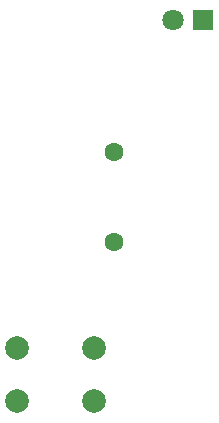
<source format=gbr>
%TF.GenerationSoftware,KiCad,Pcbnew,9.0.2*%
%TF.CreationDate,2025-06-10T19:07:20+03:00*%
%TF.ProjectId,project,70726f6a-6563-4742-9e6b-696361645f70,rev?*%
%TF.SameCoordinates,Original*%
%TF.FileFunction,Copper,L2,Bot*%
%TF.FilePolarity,Positive*%
%FSLAX46Y46*%
G04 Gerber Fmt 4.6, Leading zero omitted, Abs format (unit mm)*
G04 Created by KiCad (PCBNEW 9.0.2) date 2025-06-10 19:07:20*
%MOMM*%
%LPD*%
G01*
G04 APERTURE LIST*
%TA.AperFunction,ComponentPad*%
%ADD10R,1.800000X1.800000*%
%TD*%
%TA.AperFunction,ComponentPad*%
%ADD11C,1.800000*%
%TD*%
%TA.AperFunction,ComponentPad*%
%ADD12C,1.600000*%
%TD*%
%TA.AperFunction,ComponentPad*%
%ADD13C,2.000000*%
%TD*%
G04 APERTURE END LIST*
D10*
%TO.P,D1,1,K*%
%TO.N,Net-(BT1--)*%
X120000000Y-72500000D03*
D11*
%TO.P,D1,2,A*%
%TO.N,Net-(D1-A)*%
X117460000Y-72500000D03*
%TD*%
D12*
%TO.P,R1,1*%
%TO.N,Net-(D1-A)*%
X112500000Y-83690000D03*
%TO.P,R1,2*%
%TO.N,Net-(R1-Pad2)*%
X112500000Y-91310000D03*
%TD*%
D13*
%TO.P,SW1,1,1*%
%TO.N,Net-(R1-Pad2)*%
X104250000Y-100250000D03*
X110750000Y-100250000D03*
%TO.P,SW1,2,2*%
%TO.N,Net-(BT1-+)*%
X104250000Y-104750000D03*
X110750000Y-104750000D03*
%TD*%
M02*

</source>
